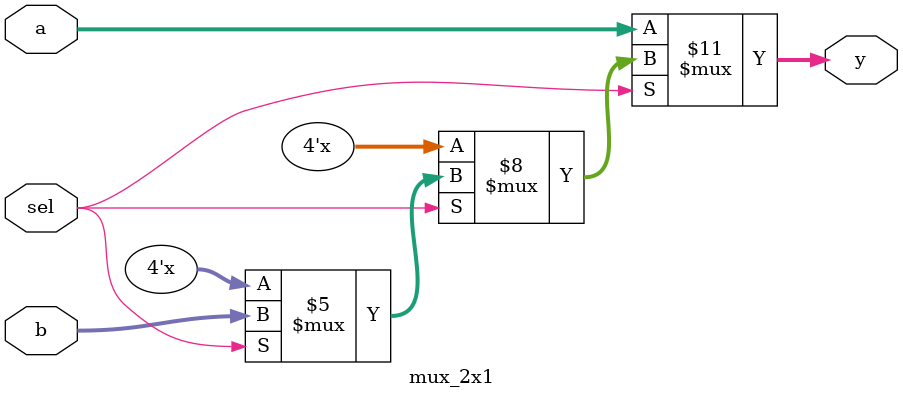
<source format=v>
module mux_2x1(y, a, b, sel);
    input [3:0] a,b; 
    input sel; 
    output reg [3:0] y;

    always @(a,b,sel)
        begin
            if (sel == 1'b0)
                y=a;
            else if (sel==1'b1)
                y=b;
            else
                y=4'bxxxx;
        end
endmodule
</source>
